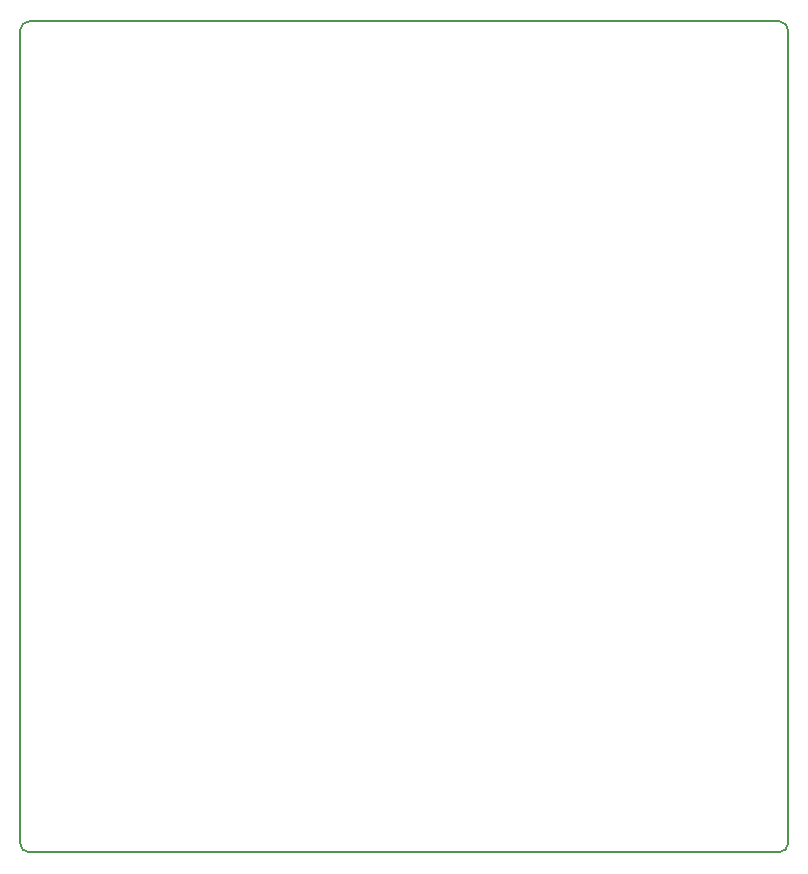
<source format=gbr>
G04 #@! TF.GenerationSoftware,KiCad,Pcbnew,(5.0.1)-4*
G04 #@! TF.CreationDate,2018-11-19T00:54:06-05:00*
G04 #@! TF.ProjectId,k64shield,6B3634736869656C642E6B696361645F,rev?*
G04 #@! TF.SameCoordinates,Original*
G04 #@! TF.FileFunction,Profile,NP*
%FSLAX46Y46*%
G04 Gerber Fmt 4.6, Leading zero omitted, Abs format (unit mm)*
G04 Created by KiCad (PCBNEW (5.0.1)-4) date 11/19/2018 12:54:06 AM*
%MOMM*%
%LPD*%
G01*
G04 APERTURE LIST*
%ADD10C,0.150000*%
G04 APERTURE END LIST*
D10*
X88392000Y-54864000D02*
X88392000Y-123698000D01*
X152654000Y-54102000D02*
X89154000Y-54102000D01*
X153416000Y-123698000D02*
X153416000Y-54864000D01*
X89154000Y-124460000D02*
X152654000Y-124460000D01*
X89154000Y-54102000D02*
G75*
G03X88392000Y-54864000I0J-762000D01*
G01*
X153416000Y-54864000D02*
G75*
G03X152654000Y-54102000I-762000J0D01*
G01*
X152654000Y-124460000D02*
G75*
G03X153416000Y-123698000I0J762000D01*
G01*
X88392000Y-123698000D02*
G75*
G03X89154000Y-124460000I762000J0D01*
G01*
M02*

</source>
